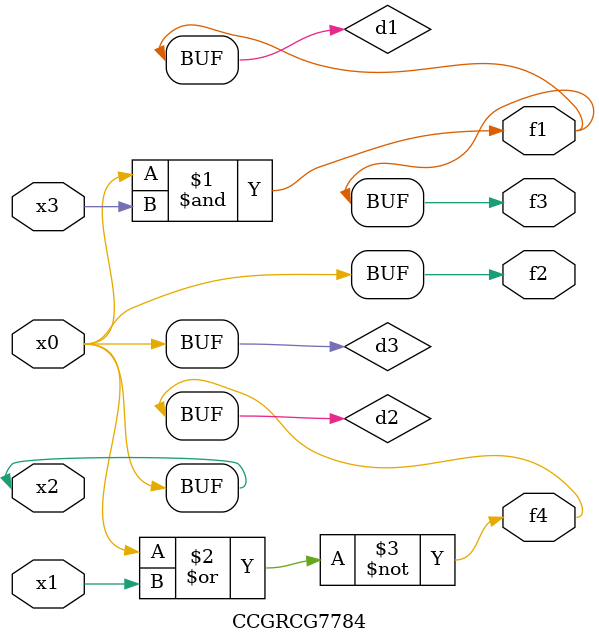
<source format=v>
module CCGRCG7784(
	input x0, x1, x2, x3,
	output f1, f2, f3, f4
);

	wire d1, d2, d3;

	and (d1, x2, x3);
	nor (d2, x0, x1);
	buf (d3, x0, x2);
	assign f1 = d1;
	assign f2 = d3;
	assign f3 = d1;
	assign f4 = d2;
endmodule

</source>
